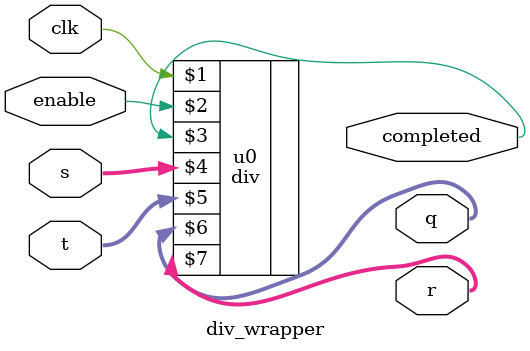
<source format=v>
module div_wrapper(
  input wire clk,
  input wire enable,
  output wire completed,
  input wire [31:0] s,
  input wire [31:0] t,
  output wire [31:0] q,
  output wire [31:0] r
);

div u0(clk,enable,completed,s,t,q,r);

endmodule
</source>
